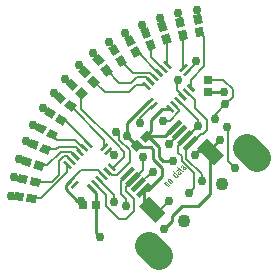
<source format=gtl>
G04 (created by PCBNEW (2013-jul-07)-stable) date Wed 30 Dec 2015 07:31:02 PM CST*
%MOIN*%
G04 Gerber Fmt 3.4, Leading zero omitted, Abs format*
%FSLAX34Y34*%
G01*
G70*
G90*
G04 APERTURE LIST*
%ADD10C,0.00590551*%
%ADD11C,0.00393701*%
%ADD12R,0.0315X0.0275*%
%ADD13R,0.0275X0.0315*%
%ADD14C,0.0944882*%
%ADD15C,0.0433071*%
%ADD16C,0.0295276*%
%ADD17C,0.00787402*%
%ADD18C,0.00984252*%
G04 APERTURE END LIST*
G54D10*
G54D11*
X70522Y-16003D02*
X70634Y-16115D01*
X70538Y-16019D02*
X70536Y-16006D01*
X70538Y-15987D01*
X70554Y-15972D01*
X70573Y-15969D01*
X70594Y-15980D01*
X70681Y-16067D01*
X70750Y-15998D02*
X70732Y-16001D01*
X70718Y-15998D01*
X70697Y-15987D01*
X70650Y-15940D01*
X70639Y-15919D01*
X70636Y-15905D01*
X70639Y-15887D01*
X70655Y-15871D01*
X70673Y-15868D01*
X70687Y-15871D01*
X70708Y-15881D01*
X70756Y-15929D01*
X70766Y-15950D01*
X70769Y-15964D01*
X70766Y-15982D01*
X70750Y-15998D01*
X70968Y-15781D02*
X70801Y-15614D01*
X70960Y-15773D02*
X70957Y-15791D01*
X70936Y-15812D01*
X70917Y-15815D01*
X70904Y-15812D01*
X70883Y-15802D01*
X70835Y-15754D01*
X70825Y-15733D01*
X70822Y-15720D01*
X70825Y-15701D01*
X70846Y-15680D01*
X70864Y-15677D01*
X71068Y-15680D02*
X70981Y-15592D01*
X70960Y-15582D01*
X70941Y-15584D01*
X70920Y-15606D01*
X70917Y-15624D01*
X71061Y-15672D02*
X71058Y-15691D01*
X71031Y-15717D01*
X71013Y-15720D01*
X70992Y-15709D01*
X70976Y-15693D01*
X70965Y-15672D01*
X70968Y-15653D01*
X70994Y-15627D01*
X70997Y-15608D01*
X70994Y-15531D02*
X71037Y-15489D01*
X70954Y-15460D02*
X71098Y-15603D01*
X71119Y-15614D01*
X71137Y-15611D01*
X71148Y-15600D01*
X71233Y-15516D02*
X71145Y-15428D01*
X71124Y-15417D01*
X71106Y-15420D01*
X71084Y-15441D01*
X71082Y-15460D01*
X71225Y-15508D02*
X71222Y-15526D01*
X71196Y-15553D01*
X71177Y-15555D01*
X71156Y-15545D01*
X71140Y-15529D01*
X71129Y-15508D01*
X71132Y-15489D01*
X71159Y-15463D01*
X71161Y-15444D01*
G54D10*
G36*
X71544Y-10843D02*
X71817Y-10807D01*
X71858Y-11120D01*
X71585Y-11155D01*
X71544Y-10843D01*
X71544Y-10843D01*
G37*
G36*
X71488Y-10415D02*
X71760Y-10379D01*
X71801Y-10691D01*
X71529Y-10727D01*
X71488Y-10415D01*
X71488Y-10415D01*
G37*
G36*
X70980Y-10953D02*
X71249Y-10893D01*
X71317Y-11201D01*
X71048Y-11260D01*
X70980Y-10953D01*
X70980Y-10953D01*
G37*
G36*
X70887Y-10531D02*
X71155Y-10471D01*
X71223Y-10779D01*
X70955Y-10838D01*
X70887Y-10531D01*
X70887Y-10531D01*
G37*
G36*
X70417Y-11101D02*
X70680Y-11018D01*
X70774Y-11318D01*
X70512Y-11401D01*
X70417Y-11101D01*
X70417Y-11101D01*
G37*
G36*
X70288Y-10689D02*
X70550Y-10606D01*
X70645Y-10906D01*
X70382Y-10989D01*
X70288Y-10689D01*
X70288Y-10689D01*
G37*
G36*
X69875Y-11307D02*
X70129Y-11202D01*
X70250Y-11493D01*
X69996Y-11598D01*
X69875Y-11307D01*
X69875Y-11307D01*
G37*
G36*
X69710Y-10908D02*
X69964Y-10803D01*
X70084Y-11094D01*
X69830Y-11199D01*
X69710Y-10908D01*
X69710Y-10908D01*
G37*
G36*
X69373Y-11572D02*
X69617Y-11445D01*
X69762Y-11724D01*
X69519Y-11851D01*
X69373Y-11572D01*
X69373Y-11572D01*
G37*
G36*
X69174Y-11188D02*
X69418Y-11061D01*
X69563Y-11341D01*
X69319Y-11468D01*
X69174Y-11188D01*
X69174Y-11188D01*
G37*
G36*
X68872Y-11875D02*
X69104Y-11727D01*
X69273Y-11993D01*
X69041Y-12140D01*
X68872Y-11875D01*
X68872Y-11875D01*
G37*
G36*
X68640Y-11510D02*
X68871Y-11363D01*
X69041Y-11628D01*
X68809Y-11776D01*
X68640Y-11510D01*
X68640Y-11510D01*
G37*
G36*
X68391Y-12216D02*
X68609Y-12049D01*
X68801Y-12299D01*
X68582Y-12466D01*
X68391Y-12216D01*
X68391Y-12216D01*
G37*
G36*
X68128Y-11874D02*
X68346Y-11706D01*
X68538Y-11956D01*
X68319Y-12123D01*
X68128Y-11874D01*
X68128Y-11874D01*
G37*
G36*
X67949Y-12596D02*
X68152Y-12410D01*
X68365Y-12643D01*
X68162Y-12828D01*
X67949Y-12596D01*
X67949Y-12596D01*
G37*
G36*
X67658Y-12278D02*
X67860Y-12092D01*
X68073Y-12324D01*
X67870Y-12510D01*
X67658Y-12278D01*
X67658Y-12278D01*
G37*
G36*
X67548Y-13014D02*
X67734Y-12812D01*
X67966Y-13024D01*
X67780Y-13227D01*
X67548Y-13014D01*
X67548Y-13014D01*
G37*
G36*
X67230Y-12723D02*
X67415Y-12520D01*
X67648Y-12733D01*
X67462Y-12935D01*
X67230Y-12723D01*
X67230Y-12723D01*
G37*
G36*
X67187Y-13451D02*
X67354Y-13233D01*
X67604Y-13425D01*
X67437Y-13643D01*
X67187Y-13451D01*
X67187Y-13451D01*
G37*
G36*
X66844Y-13188D02*
X67011Y-12970D01*
X67261Y-13162D01*
X67094Y-13380D01*
X66844Y-13188D01*
X66844Y-13188D01*
G37*
G36*
X66865Y-13926D02*
X67012Y-13694D01*
X67278Y-13864D01*
X67130Y-14096D01*
X66865Y-13926D01*
X66865Y-13926D01*
G37*
G36*
X66500Y-13694D02*
X66648Y-13462D01*
X66914Y-13632D01*
X66766Y-13864D01*
X66500Y-13694D01*
X66500Y-13694D01*
G37*
G36*
X66582Y-14440D02*
X66709Y-14196D01*
X66989Y-14341D01*
X66862Y-14585D01*
X66582Y-14440D01*
X66582Y-14440D01*
G37*
G36*
X66199Y-14240D02*
X66326Y-13996D01*
X66606Y-14142D01*
X66479Y-14386D01*
X66199Y-14240D01*
X66199Y-14240D01*
G37*
G36*
X66359Y-14952D02*
X66464Y-14698D01*
X66755Y-14819D01*
X66650Y-15073D01*
X66359Y-14952D01*
X66359Y-14952D01*
G37*
G36*
X65960Y-14787D02*
X66065Y-14533D01*
X66356Y-14653D01*
X66251Y-14907D01*
X65960Y-14787D01*
X65960Y-14787D01*
G37*
G36*
X66156Y-15503D02*
X66238Y-15240D01*
X66539Y-15335D01*
X66456Y-15597D01*
X66156Y-15503D01*
X66156Y-15503D01*
G37*
G36*
X65744Y-15373D02*
X65826Y-15110D01*
X66127Y-15205D01*
X66044Y-15467D01*
X65744Y-15373D01*
X65744Y-15373D01*
G37*
G36*
X66031Y-16072D02*
X66090Y-15803D01*
X66398Y-15871D01*
X66338Y-16140D01*
X66031Y-16072D01*
X66031Y-16072D01*
G37*
G36*
X65609Y-15978D02*
X65669Y-15710D01*
X65976Y-15778D01*
X65917Y-16046D01*
X65609Y-15978D01*
X65609Y-15978D01*
G37*
G36*
X65925Y-16640D02*
X65961Y-16367D01*
X66274Y-16408D01*
X66238Y-16681D01*
X65925Y-16640D01*
X65925Y-16640D01*
G37*
G36*
X65497Y-16583D02*
X65533Y-16310D01*
X65845Y-16352D01*
X65809Y-16624D01*
X65497Y-16583D01*
X65497Y-16583D01*
G37*
G54D12*
X67815Y-16751D03*
X68247Y-16751D03*
G54D13*
X71988Y-12559D03*
X71988Y-12991D03*
G54D10*
G36*
X69625Y-14550D02*
X69819Y-14744D01*
X69596Y-14967D01*
X69402Y-14773D01*
X69625Y-14550D01*
X69625Y-14550D01*
G37*
G36*
X69930Y-14244D02*
X70125Y-14439D01*
X69902Y-14662D01*
X69707Y-14467D01*
X69930Y-14244D01*
X69930Y-14244D01*
G37*
G36*
X69575Y-16386D02*
X69985Y-15976D01*
X70101Y-16093D01*
X69692Y-16502D01*
X69575Y-16386D01*
X69575Y-16386D01*
G37*
G36*
X70595Y-14291D02*
X71004Y-13882D01*
X71116Y-13993D01*
X70706Y-14403D01*
X70595Y-14291D01*
X70595Y-14291D01*
G37*
G36*
X69032Y-15843D02*
X69442Y-15433D01*
X69558Y-15550D01*
X69149Y-15959D01*
X69032Y-15843D01*
X69032Y-15843D01*
G37*
G36*
X69213Y-16024D02*
X69623Y-15614D01*
X69739Y-15731D01*
X69330Y-16140D01*
X69213Y-16024D01*
X69213Y-16024D01*
G37*
G36*
X69394Y-16205D02*
X69804Y-15795D01*
X69920Y-15912D01*
X69511Y-16321D01*
X69394Y-16205D01*
X69394Y-16205D01*
G37*
G36*
X71134Y-14827D02*
X71543Y-14418D01*
X71660Y-14535D01*
X71251Y-14944D01*
X71134Y-14827D01*
X71134Y-14827D01*
G37*
G36*
X70953Y-14646D02*
X71362Y-14237D01*
X71479Y-14354D01*
X71069Y-14763D01*
X70953Y-14646D01*
X70953Y-14646D01*
G37*
G36*
X70770Y-14467D02*
X71180Y-14057D01*
X71296Y-14174D01*
X70887Y-14583D01*
X70770Y-14467D01*
X70770Y-14467D01*
G37*
G36*
X68275Y-15746D02*
X68497Y-15968D01*
X68428Y-16038D01*
X68205Y-15815D01*
X68275Y-15746D01*
X68275Y-15746D01*
G37*
G36*
X68414Y-15607D02*
X68636Y-15829D01*
X68567Y-15899D01*
X68344Y-15676D01*
X68414Y-15607D01*
X68414Y-15607D01*
G37*
G36*
X68553Y-15467D02*
X68776Y-15690D01*
X68706Y-15760D01*
X68483Y-15537D01*
X68553Y-15467D01*
X68553Y-15467D01*
G37*
G36*
X68692Y-15328D02*
X68915Y-15551D01*
X68845Y-15620D01*
X68623Y-15398D01*
X68692Y-15328D01*
X68692Y-15328D01*
G37*
G36*
X68135Y-15885D02*
X68358Y-16108D01*
X68289Y-16177D01*
X68066Y-15955D01*
X68135Y-15885D01*
X68135Y-15885D01*
G37*
G36*
X67996Y-16024D02*
X68219Y-16247D01*
X68149Y-16316D01*
X67927Y-16094D01*
X67996Y-16024D01*
X67996Y-16024D01*
G37*
G36*
X67634Y-14827D02*
X67857Y-15050D01*
X67787Y-15119D01*
X67565Y-14897D01*
X67634Y-14827D01*
X67634Y-14827D01*
G37*
G36*
X67773Y-14688D02*
X67996Y-14911D01*
X67927Y-14980D01*
X67704Y-14757D01*
X67773Y-14688D01*
X67773Y-14688D01*
G37*
G36*
X67913Y-14549D02*
X68135Y-14771D01*
X68066Y-14841D01*
X67843Y-14618D01*
X67913Y-14549D01*
X67913Y-14549D01*
G37*
G36*
X67495Y-14966D02*
X67718Y-15189D01*
X67648Y-15259D01*
X67426Y-15036D01*
X67495Y-14966D01*
X67495Y-14966D01*
G37*
G36*
X67356Y-15105D02*
X67579Y-15328D01*
X67509Y-15398D01*
X67286Y-15175D01*
X67356Y-15105D01*
X67356Y-15105D01*
G37*
G36*
X67217Y-15245D02*
X67439Y-15467D01*
X67370Y-15537D01*
X67147Y-15314D01*
X67217Y-15245D01*
X67217Y-15245D01*
G37*
G36*
X68734Y-14799D02*
X68804Y-14869D01*
X68581Y-15092D01*
X68511Y-15022D01*
X68734Y-14799D01*
X68734Y-14799D01*
G37*
G36*
X68595Y-14660D02*
X68664Y-14730D01*
X68442Y-14952D01*
X68372Y-14883D01*
X68595Y-14660D01*
X68595Y-14660D01*
G37*
G36*
X67620Y-15913D02*
X67690Y-15982D01*
X67467Y-16205D01*
X67398Y-16136D01*
X67620Y-15913D01*
X67620Y-15913D01*
G37*
G36*
X67481Y-15774D02*
X67551Y-15843D01*
X67328Y-16066D01*
X67258Y-15996D01*
X67481Y-15774D01*
X67481Y-15774D01*
G37*
G36*
X70912Y-13108D02*
X71135Y-13331D01*
X71065Y-13400D01*
X70843Y-13178D01*
X70912Y-13108D01*
X70912Y-13108D01*
G37*
G36*
X71052Y-12969D02*
X71274Y-13191D01*
X71205Y-13261D01*
X70982Y-13038D01*
X71052Y-12969D01*
X71052Y-12969D01*
G37*
G36*
X71191Y-12830D02*
X71413Y-13052D01*
X71344Y-13122D01*
X71121Y-12899D01*
X71191Y-12830D01*
X71191Y-12830D01*
G37*
G36*
X71330Y-12690D02*
X71553Y-12913D01*
X71483Y-12983D01*
X71260Y-12760D01*
X71330Y-12690D01*
X71330Y-12690D01*
G37*
G36*
X70773Y-13247D02*
X70996Y-13470D01*
X70926Y-13539D01*
X70704Y-13317D01*
X70773Y-13247D01*
X70773Y-13247D01*
G37*
G36*
X70634Y-13386D02*
X70857Y-13609D01*
X70787Y-13679D01*
X70564Y-13456D01*
X70634Y-13386D01*
X70634Y-13386D01*
G37*
G36*
X70272Y-12189D02*
X70495Y-12412D01*
X70425Y-12482D01*
X70202Y-12259D01*
X70272Y-12189D01*
X70272Y-12189D01*
G37*
G36*
X70411Y-12050D02*
X70634Y-12273D01*
X70564Y-12342D01*
X70342Y-12120D01*
X70411Y-12050D01*
X70411Y-12050D01*
G37*
G36*
X70550Y-11911D02*
X70773Y-12134D01*
X70704Y-12203D01*
X70481Y-11980D01*
X70550Y-11911D01*
X70550Y-11911D01*
G37*
G36*
X70133Y-12328D02*
X70356Y-12551D01*
X70286Y-12621D01*
X70063Y-12398D01*
X70133Y-12328D01*
X70133Y-12328D01*
G37*
G36*
X69994Y-12468D02*
X70216Y-12690D01*
X70147Y-12760D01*
X69924Y-12537D01*
X69994Y-12468D01*
X69994Y-12468D01*
G37*
G36*
X69855Y-12607D02*
X70077Y-12830D01*
X70008Y-12899D01*
X69785Y-12676D01*
X69855Y-12607D01*
X69855Y-12607D01*
G37*
G36*
X71372Y-12161D02*
X71441Y-12231D01*
X71219Y-12454D01*
X71149Y-12384D01*
X71372Y-12161D01*
X71372Y-12161D01*
G37*
G36*
X71233Y-12022D02*
X71302Y-12092D01*
X71079Y-12315D01*
X71010Y-12245D01*
X71233Y-12022D01*
X71233Y-12022D01*
G37*
G36*
X70258Y-13275D02*
X70328Y-13345D01*
X70105Y-13567D01*
X70035Y-13498D01*
X70258Y-13275D01*
X70258Y-13275D01*
G37*
G36*
X70119Y-13136D02*
X70189Y-13205D01*
X69966Y-13428D01*
X69896Y-13359D01*
X70119Y-13136D01*
X70119Y-13136D01*
G37*
G54D14*
X70015Y-18115D02*
X70349Y-18449D01*
X73272Y-14857D02*
X73606Y-15192D01*
G54D10*
G36*
X72172Y-15400D02*
X71616Y-14844D01*
X71950Y-14509D01*
X72506Y-15066D01*
X72172Y-15400D01*
X72172Y-15400D01*
G37*
G36*
X70224Y-17349D02*
X69667Y-16792D01*
X70001Y-16458D01*
X70558Y-17015D01*
X70224Y-17349D01*
X70224Y-17349D01*
G37*
G54D15*
X72437Y-16027D03*
X71184Y-17279D03*
G54D16*
X66830Y-13011D03*
X66476Y-13513D03*
X66161Y-14064D03*
X65905Y-14616D03*
X65688Y-15206D03*
X65521Y-15807D03*
X65413Y-16437D03*
X69222Y-11003D03*
X68681Y-11318D03*
X68159Y-11683D03*
X67677Y-12086D03*
X67224Y-12539D03*
X72204Y-13877D03*
X72559Y-13385D03*
X70669Y-16614D03*
X70984Y-12559D03*
X69291Y-14448D03*
X67736Y-16594D03*
X71614Y-10255D03*
X69251Y-16771D03*
X71771Y-15944D03*
X70472Y-13937D03*
X69803Y-15157D03*
X68917Y-14311D03*
X69724Y-14015D03*
X71338Y-16338D03*
X68858Y-16653D03*
X71653Y-14094D03*
X69783Y-10728D03*
X70157Y-15649D03*
X72874Y-15511D03*
X72598Y-14133D03*
X70688Y-14704D03*
X70393Y-10511D03*
X70984Y-10354D03*
X72362Y-14586D03*
X70511Y-17539D03*
X72519Y-12992D03*
X71574Y-11929D03*
X68858Y-15078D03*
X68385Y-17795D03*
X70807Y-15275D03*
X71535Y-15078D03*
G54D17*
X67033Y-13175D02*
X67053Y-13175D01*
X66830Y-13011D02*
X67033Y-13175D01*
X66626Y-13663D02*
X66476Y-13513D01*
X66626Y-13663D02*
X66707Y-13663D01*
X66288Y-14191D02*
X66161Y-14064D01*
X66288Y-14191D02*
X66402Y-14191D01*
X66009Y-14720D02*
X65905Y-14616D01*
X66009Y-14720D02*
X66158Y-14720D01*
X65771Y-15289D02*
X65688Y-15206D01*
X65771Y-15289D02*
X65935Y-15289D01*
X65593Y-15878D02*
X65521Y-15807D01*
X65593Y-15878D02*
X65793Y-15878D01*
X65444Y-16467D02*
X65413Y-16437D01*
X65444Y-16467D02*
X65671Y-16467D01*
X69339Y-11120D02*
X69222Y-11003D01*
X69339Y-11120D02*
X69368Y-11265D01*
X68840Y-11478D02*
X68681Y-11318D01*
X68840Y-11478D02*
X68840Y-11569D01*
X68333Y-11837D02*
X68333Y-11915D01*
X68159Y-11683D02*
X68333Y-11837D01*
X67852Y-12301D02*
X67865Y-12301D01*
X67677Y-12086D02*
X67852Y-12301D01*
X67413Y-12728D02*
X67439Y-12728D01*
X67224Y-12539D02*
X67413Y-12728D01*
G54D10*
X72204Y-13740D02*
X72204Y-13877D01*
X72283Y-13661D02*
X72559Y-13385D01*
X72283Y-13661D02*
X72204Y-13740D01*
X72559Y-13385D02*
X72795Y-13149D01*
X71988Y-12559D02*
X72480Y-12559D01*
X72795Y-12874D02*
X72795Y-13149D01*
X72480Y-12559D02*
X72795Y-12874D01*
X70669Y-16614D02*
X70379Y-16904D01*
X70379Y-16904D02*
X70112Y-16904D01*
X71128Y-13115D02*
X71128Y-13097D01*
X70944Y-12598D02*
X70984Y-12559D01*
X70944Y-12913D02*
X70944Y-12598D01*
X71128Y-13097D02*
X70944Y-12913D01*
G54D18*
X70042Y-13282D02*
X70024Y-13282D01*
X69291Y-14015D02*
X69291Y-14448D01*
X70024Y-13282D02*
X69291Y-14015D01*
X69601Y-14759D02*
X69611Y-14759D01*
X69291Y-14448D02*
X69601Y-14759D01*
G54D10*
X68490Y-15753D02*
X68469Y-15753D01*
X67734Y-15590D02*
X67405Y-15920D01*
X68307Y-15590D02*
X67734Y-15590D01*
X68469Y-15753D02*
X68307Y-15590D01*
G54D18*
X67736Y-16594D02*
X67618Y-16594D01*
X67244Y-16081D02*
X67405Y-15920D01*
X67244Y-16220D02*
X67244Y-16081D01*
X67618Y-16594D02*
X67244Y-16220D01*
X70452Y-15570D02*
X70452Y-15511D01*
X69838Y-16239D02*
X69980Y-16239D01*
X69980Y-16239D02*
X70452Y-15767D01*
X70452Y-15767D02*
X70452Y-15629D01*
X70452Y-15629D02*
X70452Y-15570D01*
X70157Y-14901D02*
X70078Y-14822D01*
X70078Y-14822D02*
X69665Y-14822D01*
X69665Y-14822D02*
X69611Y-14759D01*
X70452Y-15511D02*
X70157Y-15216D01*
X70157Y-15216D02*
X70157Y-14901D01*
X67815Y-16751D02*
X67815Y-16673D01*
X67815Y-16673D02*
X67736Y-16594D01*
X69838Y-16239D02*
X69838Y-16630D01*
X69838Y-16630D02*
X70112Y-16904D01*
G54D10*
X71156Y-12168D02*
X71156Y-11084D01*
X71156Y-11084D02*
X71149Y-11077D01*
X71645Y-10553D02*
X71645Y-10286D01*
X71645Y-10286D02*
X71614Y-10255D01*
X71614Y-10255D02*
X71645Y-10286D01*
X69295Y-15704D02*
X69094Y-15905D01*
X69094Y-15905D02*
X69094Y-16377D01*
X69094Y-16377D02*
X69251Y-16535D01*
X69251Y-16535D02*
X69251Y-16771D01*
X69295Y-15696D02*
X69295Y-15704D01*
X70349Y-12335D02*
X70328Y-12335D01*
X69640Y-11648D02*
X69568Y-11648D01*
X70328Y-12335D02*
X69640Y-11648D01*
X69931Y-12753D02*
X69569Y-12753D01*
X68529Y-12992D02*
X68157Y-12619D01*
X69330Y-12992D02*
X68529Y-12992D01*
X69569Y-12753D02*
X69330Y-12992D01*
X70070Y-12614D02*
X70055Y-12614D01*
X69015Y-12677D02*
X68596Y-12257D01*
X69409Y-12677D02*
X69015Y-12677D01*
X69606Y-12480D02*
X69409Y-12677D01*
X69921Y-12480D02*
X69606Y-12480D01*
X70055Y-12614D02*
X69921Y-12480D01*
X70209Y-12475D02*
X70191Y-12475D01*
X69471Y-12332D02*
X69072Y-11934D01*
X70049Y-12332D02*
X69471Y-12332D01*
X70191Y-12475D02*
X70049Y-12332D01*
X70488Y-12196D02*
X70464Y-12196D01*
X70062Y-11795D02*
X70062Y-11400D01*
X70464Y-12196D02*
X70062Y-11795D01*
X70627Y-12057D02*
X70627Y-11241D01*
X70627Y-11241D02*
X70596Y-11209D01*
X71397Y-14681D02*
X71397Y-14704D01*
X71771Y-15708D02*
X71771Y-15944D01*
X71259Y-15196D02*
X71771Y-15708D01*
X71259Y-14842D02*
X71259Y-15196D01*
X71397Y-14704D02*
X71259Y-14842D01*
X71397Y-14681D02*
X71420Y-14681D01*
X71535Y-13243D02*
X71267Y-12976D01*
X71535Y-13503D02*
X71535Y-13243D01*
X71929Y-13897D02*
X71535Y-13503D01*
X71929Y-14251D02*
X71929Y-13897D01*
X71811Y-14370D02*
X71929Y-14251D01*
X71732Y-14370D02*
X71811Y-14370D01*
X71420Y-14681D02*
X71732Y-14370D01*
X69476Y-15877D02*
X69476Y-15916D01*
X68582Y-16401D02*
X68212Y-16031D01*
X68582Y-16771D02*
X68582Y-16401D01*
X69015Y-17204D02*
X68582Y-16771D01*
X69251Y-17204D02*
X69015Y-17204D01*
X69527Y-16929D02*
X69251Y-17204D01*
X69527Y-16535D02*
X69527Y-16929D01*
X69251Y-16259D02*
X69527Y-16535D01*
X69251Y-16141D02*
X69251Y-16259D01*
X69476Y-15916D02*
X69251Y-16141D01*
X69515Y-15877D02*
X69803Y-15590D01*
X69803Y-15590D02*
X69803Y-15157D01*
X69476Y-15877D02*
X69515Y-15877D01*
X71023Y-13567D02*
X70850Y-13393D01*
X71023Y-13622D02*
X71023Y-13567D01*
X70708Y-13937D02*
X71023Y-13622D01*
X70472Y-13937D02*
X70708Y-13937D01*
X71407Y-12837D02*
X71407Y-12569D01*
X71850Y-11130D02*
X71701Y-10981D01*
X71850Y-12125D02*
X71850Y-11130D01*
X71407Y-12569D02*
X71850Y-12125D01*
X69015Y-14409D02*
X69015Y-14566D01*
X68917Y-14311D02*
X69015Y-14409D01*
X70182Y-13421D02*
X70161Y-13421D01*
X69724Y-13858D02*
X69724Y-14015D01*
X70161Y-13421D02*
X69724Y-13858D01*
X68630Y-15614D02*
X68645Y-15614D01*
X69370Y-14921D02*
X69015Y-14566D01*
X69370Y-15314D02*
X69370Y-14921D01*
X68937Y-15748D02*
X69370Y-15314D01*
X68779Y-15748D02*
X68937Y-15748D01*
X68645Y-15614D02*
X68779Y-15748D01*
X71216Y-14500D02*
X71216Y-14531D01*
X71496Y-16181D02*
X71338Y-16338D01*
X71496Y-15669D02*
X71496Y-16181D01*
X71102Y-15275D02*
X71496Y-15669D01*
X71102Y-15118D02*
X71102Y-15275D01*
X70984Y-15000D02*
X71102Y-15118D01*
X70984Y-14763D02*
X70984Y-15000D01*
X71216Y-14531D02*
X70984Y-14763D01*
X68351Y-15892D02*
X68351Y-15910D01*
X68858Y-16417D02*
X68858Y-16653D01*
X68351Y-15910D02*
X68858Y-16417D01*
X71653Y-14094D02*
X71653Y-13918D01*
X71653Y-13918D02*
X70989Y-13254D01*
X71247Y-14500D02*
X71216Y-14500D01*
X71653Y-14094D02*
X71247Y-14500D01*
X71227Y-14500D02*
X71216Y-14500D01*
X71216Y-14500D02*
X71227Y-14500D01*
X67293Y-15391D02*
X67293Y-15658D01*
X66428Y-16524D02*
X66099Y-16524D01*
X67293Y-15658D02*
X66428Y-16524D01*
X67432Y-15252D02*
X67417Y-15252D01*
X66772Y-15971D02*
X66214Y-15971D01*
X67007Y-15736D02*
X66772Y-15971D01*
X67007Y-15275D02*
X67007Y-15736D01*
X67165Y-15118D02*
X67007Y-15275D01*
X67283Y-15118D02*
X67165Y-15118D01*
X67417Y-15252D02*
X67283Y-15118D01*
X67572Y-15112D02*
X67553Y-15112D01*
X66627Y-15419D02*
X66347Y-15419D01*
X67086Y-14960D02*
X66627Y-15419D01*
X67401Y-14960D02*
X67086Y-14960D01*
X67553Y-15112D02*
X67401Y-14960D01*
X67711Y-14973D02*
X67711Y-14955D01*
X66925Y-14885D02*
X66557Y-14885D01*
X66998Y-14812D02*
X66925Y-14885D01*
X67568Y-14812D02*
X66998Y-14812D01*
X67711Y-14955D02*
X67568Y-14812D01*
X68769Y-15474D02*
X68855Y-15474D01*
X69173Y-14960D02*
X68897Y-14685D01*
X69173Y-15157D02*
X69173Y-14960D01*
X68855Y-15474D02*
X69173Y-15157D01*
X67757Y-13545D02*
X67757Y-13019D01*
X68897Y-14685D02*
X67757Y-13545D01*
X67850Y-14834D02*
X67826Y-14834D01*
X66961Y-14566D02*
X66786Y-14391D01*
X67559Y-14566D02*
X66961Y-14566D01*
X67826Y-14834D02*
X67559Y-14566D01*
X69897Y-11001D02*
X69897Y-10842D01*
X69897Y-10842D02*
X69783Y-10728D01*
X67989Y-14695D02*
X67989Y-14682D01*
X67202Y-13895D02*
X67071Y-13895D01*
X67989Y-14682D02*
X67202Y-13895D01*
X68518Y-14806D02*
X68518Y-14561D01*
X68518Y-14561D02*
X67395Y-13438D01*
X69657Y-16058D02*
X69689Y-16058D01*
X70098Y-15649D02*
X70157Y-15649D01*
X69689Y-16058D02*
X70098Y-15649D01*
X72637Y-15275D02*
X72874Y-15511D01*
X72637Y-14173D02*
X72637Y-15275D01*
X72598Y-14133D02*
X72637Y-14173D01*
X71033Y-14320D02*
X71033Y-14359D01*
X71033Y-14359D02*
X70688Y-14704D01*
X70466Y-10797D02*
X70466Y-10584D01*
X70466Y-10584D02*
X70393Y-10511D01*
X70393Y-10511D02*
X70466Y-10584D01*
X71055Y-10655D02*
X71055Y-10425D01*
X71055Y-10425D02*
X70984Y-10354D01*
G54D18*
X72061Y-14955D02*
X72061Y-14887D01*
X72061Y-14887D02*
X72362Y-14586D01*
X71122Y-16791D02*
X71653Y-16791D01*
X70787Y-17125D02*
X71122Y-16791D01*
X70787Y-17263D02*
X70787Y-17125D01*
X70511Y-17539D02*
X70787Y-17263D01*
X71988Y-12991D02*
X72519Y-12991D01*
X72519Y-12991D02*
X72519Y-12992D01*
X70711Y-13533D02*
X70443Y-13533D01*
X70078Y-14291D02*
X69916Y-14453D01*
X70078Y-13897D02*
X70078Y-14291D01*
X70443Y-13533D02*
X70078Y-13897D01*
G54D10*
X71295Y-12308D02*
X71295Y-12287D01*
X71574Y-12007D02*
X71574Y-11929D01*
X71295Y-12287D02*
X71574Y-12007D01*
X68657Y-14945D02*
X68725Y-14945D01*
X68725Y-14945D02*
X68858Y-15078D01*
G54D18*
X68247Y-16751D02*
X68247Y-17656D01*
X68247Y-17656D02*
X68385Y-17795D01*
X68247Y-16751D02*
X68247Y-16345D01*
X68247Y-16345D02*
X68073Y-16170D01*
X72061Y-14955D02*
X72061Y-16383D01*
X72061Y-16383D02*
X71653Y-16791D01*
X70295Y-14763D02*
X70334Y-14803D01*
X70492Y-15275D02*
X70807Y-15275D01*
X70354Y-15137D02*
X70492Y-15275D01*
X70354Y-14822D02*
X70354Y-15137D01*
X70334Y-14803D02*
X70354Y-14822D01*
X72061Y-14955D02*
X71658Y-14955D01*
X70295Y-14763D02*
X69985Y-14453D01*
X69985Y-14453D02*
X69916Y-14453D01*
X71658Y-14955D02*
X71535Y-15078D01*
X69916Y-14453D02*
X70236Y-14453D01*
X70236Y-14453D02*
X70544Y-14453D01*
X70544Y-14453D02*
X70855Y-14142D01*
M02*

</source>
